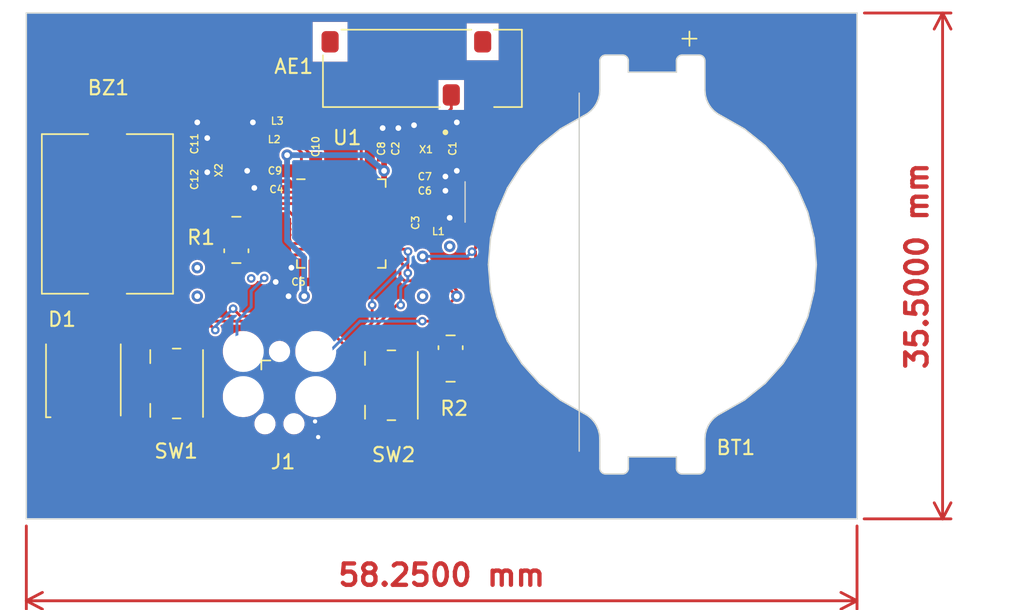
<source format=kicad_pcb>
(kicad_pcb (version 20221018) (generator pcbnew)
  (layers (0 "F.Cu" signal) (31 "B.Cu" signal) (34 "B.Paste" user) (35 "F.Paste" user) (36 "B.SilkS" user "B.Silkscreen") (37 "F.SilkS" user "F.Silkscreen") (38 "B.Mask" user) (39 "F.Mask" user) (44 "Edge.Cuts" user))
  (net 0 "")
  (net 1 "GND")
  (net 2 "Net-(D1-A)")
  (net 3 "/P0.10")
  (net 4 "DEC1")
  (net 5 "DEC4")
  (net 6 "DEC3")
  (net 7 "DEC2")
  (net 8 "ANT")
  (net 9 "P0.20")
  (net 10 "P0.21/RESET")
  (net 11 "SWDCLK")
  (net 12 "SWDIO")
  (net 13 "P0.10")
  (net 14 "P0.09")
  (net 15 "/DEC1")
  (net 16 "/P0.00{slash}XL1")
  (net 17 "/P0.01{slash}XL2")
  (net 18 "/P0.02")
  (net 19 "/P0.03")
  (net 20 "/P0.04")
  (net 21 "/P0.05")
  (net 22 "/P0.07")
  (net 23 "/P0.08")
  (net 24 "/P0.09")
  (net 25 "VCC")
  (net 26 "/P0.11")
  (net 27 "/P0.12")
  (net 28 "/P0.13")
  (net 29 "/P0.14")
  (net 30 "/P0.15")
  (net 31 "/P0.16")
  (net 32 "/P0.17")
  (net 33 "/P0.18{slash}SWO")
  (net 34 "/P0.19")
  (net 35 "/P0.20")
  (net 36 "/SWDCLK")
  (net 37 "/SWDIO")
  (net 38 "/P0.22")
  (net 39 "/P0.23")
  (net 40 "/P0.24")
  (net 41 "Net-(U1-ANT@30)")
  (net 42 "/DEC2")
  (net 43 "/DEC3")
  (net 44 "Net-(U1-XC1@34)")
  (net 45 "Net-(U1-XC2@35)")
  (net 46 "/P0.25")
  (net 47 "/P0.26")
  (net 48 "/P0.27")
  (net 49 "/P0.28")
  (net 50 "/P0.29")
  (net 51 "/P0.30")
  (net 52 "/P0.31")
  (net 54 "/DEC4")
  (net 55 "Net-(U1-DCC@47)")
  (net 58 "Net-(J1-~{RESET})")
  (footprint "Button_Switch_SMD:Panasonic_EVQPUJ_EVQPUA" (layer "F.Cu") (at 84.79 73.5 90)
    (fp_text reference "SW1")
    (fp_text value "SW_Push")
  )
  (footprint "RESC0402_N" (layer "F.Cu") (at 86.036676 59.374675 -90)
    (fp_text reference "C12")
    (fp_text value "12pF")
  )
  (footprint "RESC0603_N" (layer "F.Cu") (at 91.736676 56.374675 180)
    (fp_text reference "L2")
    (fp_text value "10µH")
  )
  (footprint "BT-XTAL_2016_N" (layer "F.Cu") (at 102.136676 57.074675 180)
    (fp_text reference "X1")
    (fp_text value "32MHz")
  )
  (footprint "RESC0402_N" (layer "F.Cu") (at 102.136676 59.974675)
    (fp_text reference "C6")
    (fp_text value "N.M.")
  )
  (footprint "RESC0402_N" (layer "F.Cu") (at 103.136676 62.824675)
    (fp_text reference "L1")
    (fp_text value "3.9nH")
  )
  (footprint "Resistor_SMD:R_Shunt_Vishay_WSKW0612" (layer "F.Cu") (at 88.976482 63.424686 -90)
    (fp_text reference "R1")
    (fp_text value "75")
  )
  (footprint "RESC0402_N" (layer "F.Cu") (at 93.386676 66.374675 180)
    (fp_text reference "C5")
    (fp_text value "100nF")
  )
  (footprint "RESC0402_N" (layer "F.Cu") (at 102.136676 58.974675)
    (fp_text reference "C7")
    (fp_text value "100pF")
  )
  (footprint "RESC0402_N" (layer "F.Cu") (at 100.136676 57.074675 90)
    (fp_text reference "C2")
    (fp_text value "12pF")
  )
  (footprint "RESC0603_N" (layer "F.Cu") (at 91.736676 58.574675 180)
    (fp_text reference "C9")
    (fp_text value "4.7µF")
  )
  (footprint "RESC0402_N" (layer "F.Cu") (at 104.136676 57.074675 -90)
    (fp_text reference "C1")
    (fp_text value "12pF")
  )
  (footprint "RESC0402_N" (layer "F.Cu") (at 91.736676 55.074675)
    (fp_text reference "L3")
    (fp_text value "15nH")
  )
  (footprint "RESC0603_N" (layer "F.Cu") (at 94.536676 56.974675 90)
    (fp_text reference "C10")
    (fp_text value "1.0µF")
  )
  (footprint "RESC0402_N" (layer "F.Cu") (at 91.736676 59.874675 180)
    (fp_text reference "C4")
    (fp_text value "100nF")
  )
  (footprint "Connector:Tag-Connect_TC2030-IDC-FP_2x03_P1.27mm_Vertical" (layer "F.Cu") (at 92 73.79 -90)
    (fp_text reference "J1")
    (fp_text value "Conn_ARM_SWD_TagConnect_TC2030")
  )
  (footprint "Resistor_SMD:R_Shunt_Vishay_WSKW0612" (layer "F.Cu") (at 104 71.75 90)
    (fp_text reference "R2")
    (fp_text value "75")
  )
  (footprint "LED_SMD:LED_Inolux_IN-PI554FCH_PLCC4_5.0x5.0mm_P3.2mm" (layer "F.Cu") (at 78.25 73.25 90)
    (fp_text reference "D1")
    (fp_text value "LED")
  )
  (footprint "RESC0402_N" (layer "F.Cu") (at 101.536676 62.274675 90)
    (fp_text reference "C3")
    (fp_text value "0.8pF")
  )
  (footprint "XTAL_3215_N" (layer "F.Cu") (at 87.736676 58.674675 -90)
    (fp_text reference "X2")
    (fp_text value "32.768kHz")
  )
  (footprint "Battery:BatteryHolder_Keystone_1057_1x2032" (layer "F.Cu") (at 118.15 65.15 -90)
    (fp_text reference "BT1")
    (fp_text value "Battery_Cell")
    (fp_line (start -14.7 -2.08505) (end -14.7 -3.285) (stroke (width 0.1)) (layer "Edge.Cuts"))
    (fp_line (start -14.7 3.284899) (end -14.7 2.084949) (stroke (width 0.1)) (layer "Edge.Cuts"))
    (fp_line (start -14.3 -3.685) (end -12.244621 -3.685) (stroke (width 0.1)) (layer "Edge.Cuts"))
    (fp_line (start -14.3 1.684949) (end -13.5 1.684949) (stroke (width 0.1)) (layer "Edge.Cuts"))
    (fp_line (start -13.5 -1.68505) (end -14.3 -1.68505) (stroke (width 0.1)) (layer "Edge.Cuts"))
    (fp_line (start -13.5 1.684949) (end -13.5 -1.68505) (stroke (width 0.1)) (layer "Edge.Cuts"))
    (fp_line (start -12.244621 -3.685) (end -11.921437 -3.711285) (stroke (width 0.1)) (layer "Edge.Cuts"))
    (fp_line (start -12.244621 3.684999) (end -14.3 3.684899) (stroke (width 0.1)) (layer "Edge.Cuts"))
    (fp_line (start -11.921437 -3.711285) (end -11.606747 -3.789448) (stroke (width 0.1)) (layer "Edge.Cuts"))
    (fp_line (start -11.921437 3.711284) (end -12.244621 3.684999) (stroke (width 0.1)) (layer "Edge.Cuts"))
    (fp_line (start -11.606747 -3.789448) (end -11.308824 -3.917435) (stroke (width 0.1)) (layer "Edge.Cuts"))
    (fp_line (start -11.606747 3.789447) (end -11.921437 3.711284) (stroke (width 0.1)) (layer "Edge.Cuts"))
    (fp_line (start -11.308824 -3.917435) (end -11.035498 -4.091883) (stroke (width 0.1)) (layer "Edge.Cuts"))
    (fp_line (start -11.308824 3.917434) (end -11.606747 3.789447) (stroke (width 0.1)) (layer "Edge.Cuts"))
    (fp_line (start -11.035498 -4.091883) (end -10.793954 -4.308205) (stroke (width 0.1)) (layer "Edge.Cuts"))
    (fp_line (start -11.035498 4.091882) (end -11.308824 3.917434) (stroke (width 0.1)) (layer "Edge.Cuts"))
    (fp_line (start -10.793954 -4.308205) (end -10.59054 -4.560716) (stroke (width 0.1)) (layer "Edge.Cuts"))
    (fp_line (start -10.793954 4.308204) (end -11.035498 4.091882) (stroke (width 0.1)) (layer "Edge.Cuts"))
    (fp_line (start -10.59054 -4.560716) (end -10.430603 -4.842778) (stroke (width 0.1)) (layer "Edge.Cuts"))
    (fp_line (start -10.59054 4.560715) (end -10.793954 4.308204) (stroke (width 0.1)) (layer "Edge.Cuts"))
    (fp_line (start -10.430603 -4.842778) (end -9.510966 -6.464636) (stroke (width 0.1)) (layer "Edge.Cuts"))
    (fp_line (start -10.430603 4.842777) (end -10.59054 4.560715) (stroke (width 0.1)) (layer "Edge.Cuts"))
    (fp_line (start -9.510966 -6.464636) (end -8.341335 -7.916572) (stroke (width 0.1)) (layer "Edge.Cuts"))
    (fp_line (start -9.510966 6.464635) (end -10.430603 4.842777) (stroke (width 0.1)) (layer "Edge.Cuts"))
    (fp_line (start -8.341335 -7.916572) (end -6.952454 -9.160424) (stroke (width 0.1)) (layer "Edge.Cuts"))
    (fp_line (start -8.341335 7.916571) (end -9.510966 6.464635) (stroke (width 0.1)) (layer "Edge.Cuts"))
    (fp_line (start -6.952454 -9.160424) (end -5.38083 -10.163496) (stroke (width 0.1)) (layer "Edge.Cuts"))
    (fp_line (start -6.952454 9.160423) (end -8.341335 7.916571) (stroke (width 0.1)) (layer "Edge.Cuts"))
    (fp_line (start -5.38083 -10.163496) (end -3.667773 -10.899424) (stroke (width 0.1)) (layer "Edge.Cuts"))
    (fp_line (start -5.38083 10.163495) (end -6.952454 9.160423) (stroke (width 0.1)) (layer "Edge.Cuts"))
    (fp_line (start -3.667773 -10.899424) (end -1.858308 -11.348863) (stroke (width 0.1)) (layer "Edge.Cuts"))
    (fp_line (start -3.667773 10.899423) (end -5.38083 10.163495) (stroke (width 0.1)) (layer "Edge.Cuts"))
    (fp_line (start -1.858308 -11.348863) (end 0 -11.5) (stroke (width 0.1)) (layer "Edge.Cuts"))
    (fp_line (start -1.858308 11.348862) (end -3.667773 10.899423) (stroke (width 0.1)) (layer "Edge.Cuts"))
    (fp_line (start 0 -11.5) (end 1.858309 -11.348863) (stroke (width 0.1)) (layer "Edge.Cuts"))
    (fp_line (start 0 11.499999) (end -1.858308 11.348862) (stroke (width 0.1)) (layer "Edge.Cuts"))
    (fp_line (start 1.858309 -11.348863) (end 3.667774 -10.899424) (stroke (width 0.1)) (layer "Edge.Cuts"))
    (fp_line (start 1.858309 11.348862) (end 0 11.499999) (stroke (width 0.1)) (layer "Edge.Cuts"))
    (fp_line (start 3.667774 -10.899424) (end 5.380831 -10.163496) (stroke (width 0.1)) (layer "Edge.Cuts"))
    (fp_line (start 3.667774 10.899423) (end 1.858309 11.348862) (stroke (width 0.1)) (layer "Edge.Cuts"))
    (fp_line (start 5.380831 -10.163496) (end 6.952455 -9.160424) (stroke (width 0.1)) (layer "Edge.Cuts"))
    (fp_line (start 5.380831 10.163495) (end 3.667774 10.899423) (stroke (width 0.1)) (layer "Edge.Cuts"))
    (fp_line (start 6.952455 -9.160424) (end 8.341336 -7.916572) (stroke (width 0.1)) (layer "Edge.Cuts"))
    (fp_line (start 6.952455 9.160423) (end 5.380831 10.163495) (stroke (width 0.1)) (layer "Edge.Cuts"))
    (fp_line (start 8.341336 -7.916572) (end 9.510967 -6.464636) (stroke (width 0.1)) (layer "Edge.Cuts"))
    (fp_line (start 8.341336 7.916571) (end 6.952455 9.160423) (stroke (width 0.1)) (layer "Edge.Cuts"))
    (fp_line (start 9.510967 -6.464636) (end 10.430604 -4.842778) (stroke (width 0.1)) (layer "Edge.Cuts"))
    (fp_line (start 9.510967 6.464635) (end 8.341336 7.916571) (stroke (width 0.1)) (layer "Edge.Cuts"))
    (fp_line (start 10.430604 -4.842778) (end 10.590541 -4.560716) (stroke (width 0.1)) (layer "Edge.Cuts"))
    (fp_line (start 10.430604 4.842777) (end 9.510967 6.464635) (stroke (width 0.1)) (layer "Edge.Cuts"))
    (fp_line (start 10.590541 -4.560716) (end 10.793955 -4.308205) (stroke (width 0.1)) (layer "Edge.Cuts"))
    (fp_line (start 10.590541 4.560715) (end 10.430604 4.842777) (stroke (width 0.1)) (layer "Edge.Cuts"))
    (fp_line (start 10.793955 -4.308205) (end 11.035499 -4.091883) (stroke (width 0.1)) (layer "Edge.Cuts"))
    (fp_line (start 10.793955 4.308204) (end 10.590541 4.560715) (stroke (width 0.1)) (layer "Edge.Cuts"))
    (fp_line (start 11.035499 -4.091883) (end 11.308825 -3.917435) (stroke (width 0.1)) (layer "Edge.Cuts"))
    (fp_line (start 11.035499 4.091882) (end 10.793955 4.308204) (stroke (width 0.1)) (layer "Edge.Cuts"))
    (fp_line (start 11.308825 -3.917435) (end 11.606748 -3.789448) (stroke (width 0.1)) (layer "Edge.Cuts"))
    (fp_line (start 11.308825 3.917434) (end 11.035499 4.091882) (stroke (width 0.1)) (layer "Edge.Cuts"))
    (fp_line (start 11.606748 -3.789448) (end 11.921438 -3.711285) (stroke (width 0.1)) (layer "Edge.Cuts"))
    (fp_line (start 11.606748 3.789447) (end 11.308825 3.917434) (stroke (width 0.1)) (layer "Edge.Cuts"))
    (fp_line (start 11.921438 -3.711285) (end 12.244622 -3.685) (stroke (width 0.1)) (layer "Edge.Cuts"))
    (fp_line (start 11.921438 3.711284) (end 11.606748 3.789447) (stroke (width 0.1)) (layer "Edge.Cuts"))
    (fp_line (start 12.244622 -3.685) (end 14.3 -3.685) (stroke (width 0.1)) (layer "Edge.Cuts"))
    (fp_line (start 12.244622 3.684999) (end 11.921438 3.711284) (stroke (width 0.1)) (layer "Edge.Cuts"))
    (fp_line (start 13.5 -1.68505) (end 13.5 1.684949) (stroke (width 0.1)) (layer "Edge.Cuts"))
    (fp_line (start 13.5 1.684949) (end 14.3 1.68505) (stroke (width 0.1)) (layer "Edge.Cuts"))
    (fp_line (start 14.3 -1.68505) (end 13.5 -1.68505) (stroke (width 0.1)) (layer "Edge.Cuts"))
    (fp_line (start 14.3 3.682793) (end 12.244622 3.684999) (stroke (width 0.1)) (layer "Edge.Cuts"))
    (fp_line (start 14.7 -3.285) (end 14.7 -2.08505) (stroke (width 0.1)) (layer "Edge.Cuts"))
    (fp_line (start 14.7 2.082843) (end 14.7 3.282793) (stroke (width 0.1)) (layer "Edge.Cuts"))
    (fp_arc (start -14.7 -3.285) (mid -14.582843 -3.567843) (end -14.3 -3.685) (stroke (width 0.1)) (layer "Edge.Cuts"))
    (fp_arc (start -14.7 2.084949) (mid -14.582843 1.802106) (end -14.3 1.684949) (stroke (width 0.1)) (layer "Edge.Cuts"))
    (fp_arc (start -14.3 -1.68505) (mid -14.582843 -1.802207) (end -14.7 -2.08505) (stroke (width 0.1)) (layer "Edge.Cuts"))
    (fp_arc (start -14.3 3.684899) (mid -14.582843 3.567742) (end -14.7 3.284899) (stroke (width 0.1)) (layer "Edge.Cuts"))
    (fp_arc (start 14.3 -3.685) (mid 14.582843 -3.567843) (end 14.7 -3.285) (stroke (width 0.1)) (layer "Edge.Cuts"))
    (fp_arc (start 14.3 1.68505) (mid 14.582843 1.802207) (end 14.7 2.08505) (stroke (width 0.1)) (layer "Edge.Cuts"))
    (fp_arc (start 14.7 -2.08505) (mid 14.582843 -1.802207) (end 14.3 -1.68505) (stroke (width 0.1)) (layer "Edge.Cuts"))
    (fp_arc (start 14.7 3.282793) (mid 14.582843 3.565636) (end 14.3 3.682793) (stroke (width 0.1)) (layer "Edge.Cuts"))
  )
  (footprint "Button_Switch_SMD:Panasonic_EVQPUJ_EVQPUA" (layer "F.Cu") (at 99.85 73.625 90)
    (fp_text reference "SW2")
    (fp_text value "SW_Push")
  )
  (footprint "RESC0402_N" (layer "F.Cu") (at 99.136676 57.074675 90)
    (fp_text reference "C8")
    (fp_text value "100nF")
  )
  (footprint "RESC0402_N" (layer "F.Cu") (at 86.036676 56.874675 -90)
    (fp_text reference "C11")
    (fp_text value "12pF")
  )
  (footprint "RF_Antenna:Abracon_PRO-OB-440" (layer "F.Cu") (at 102.025 51.385 180)
    (fp_text reference "AE1")
    (fp_text value "Antenna")
  )
  (footprint "Package_DFN_QFN:QFN-48-1EP_6x6mm_P0.4mm_EP4.2x4.2mm" (layer "F.Cu") (at 96.336676 62.274675)
    (fp_text reference "U1")
    (fp_text value "NRF52832")
  )
  (footprint "Buzzer_Beeper:Buzzer_Mallory_AST1109MLTRQ" (layer "F.Cu") (at 79.937998 61.6 90)
    (fp_text reference "BZ1")
    (fp_text value "Buzzer")
  )
  (gr_line (start 113.019066 78.25) (end 113.019066 53.125291) (stroke (width 0.1)) (layer "Edge.Cuts"))
  (gr_line (start 132.5 47.5) (end 74.25 47.5) (stroke (width 0.1)) (layer "Edge.Cuts"))
  (gr_line (start 132.5 47.5) (end 132.5 83) (stroke (width 0.1)) (layer "Edge.Cuts"))
  (gr_line (start 105.017207 59.346031) (end 105.017207 62.176031) (stroke (width 0.1)) (layer "Edge.Cuts"))
  (gr_line (start 132.5 83) (end 74.25 83) (stroke (width 0.1)) (layer "Edge.Cuts"))
  (gr_line (start 74.25 47.5) (end 74.25 83) (stroke (width 0.1)) (layer "Edge.Cuts"))
  (dimension (type orthogonal) (layer "F.Cu") (pts (xy 74.25 83) (xy 132.5 83)) (height 5.75) (orientation 0) (gr_text "58.2500 mm" (at 103.375 86.95) (layer "F.Cu") (effects (font (size 1.5 1.5) (thickness 0.3)))) (format (prefix "") (suffix "") (units 3) (units_format 1) (precision 4)) (style (thickness 0.2) (arrow_length 1.27) (text_position_mode 0) (extension_height 0.58642) (extension_offset 0.5) keep_text_aligned))
  (dimension (type orthogonal) (layer "F.Cu") (pts (xy 132.5 83) (xy 132.519066 47.5)) (height 6) (orientation 1) (gr_text "35.5000 mm" (at 136.7 65.25 90) (layer "F.Cu") (effects (font (size 1.5 1.5) (thickness 0.3)))) (format (prefix "") (suffix "") (units 3) (units_format 1) (precision 4)) (style (thickness 0.2) (arrow_length 1.27) (text_position_mode 0) (extension_height 0.58642) (extension_offset 0.5) keep_text_aligned))
  (segment (start 98.136676 60.474675) (end 98.136676 61.674675) (width 0.2) (layer "F.Cu") (net 1))
  (segment (start 101.386676 56.524675) (end 101.411676 56.499675) (width 0.2) (layer "F.Cu") (net 1))
  (segment (start 94.714689 77.260891) (end 93.911597 78.063983) (width 0.2) (layer "F.Cu") (net 1))
  (segment (start 98.186676 62.084675) (end 98.11236 61.998284) (width 0.2) (layer "F.Cu") (net 1))
  (segment (start 95.736676 61.674675) (end 95.736676 61.674675) (width 0.2) (layer "F.Cu") (net 1))
  (segment (start 102.886676 57.624675) (end 102.861676 57.649675) (width 0.2) (layer "F.Cu") (net 1))
  (segment (start 78.2 77.25) (end 76.65 75.7) (width 0.2) (layer "F.Cu") (net 1))
  (segment (start 94.495901 76.161391) (end 93.456792 77.2005) (width 0.2) (layer "F.Cu") (net 1))
  (segment (start 86.062001 55) (end 86.236676 55.174675) (width 0.2) (layer "F.Cu") (net 1))
  (segment (start 94.714689 77.260891) (end 94.914189 77.061391) (width 0.2) (layer "F.Cu") (net 1))
  (segment (start 99.336676 62.074675) (end 101.186676 62.074675) (width 0.2) (layer "F.Cu") (net 1))
  (segment (start 111.8 80.3) (end 118.05 80.3) (width 0.2) (layer "F.Cu") (net 1))
  (segment (start 95.336676 60.474675) (end 95.736676 60.474675) (width 0.2) (layer "F.Cu") (net 1))
  (segment (start 94.536676 64.074675) (end 95.736676 64.074675) (width 0.2) (layer "F.Cu") (net 1))
  (segment (start 98.186676 62.084675) (end 98.186676 62.084675) (width 0.2) (layer "F.Cu") (net 1))
  (segment (start 95.127798 77.275) (end 99.675 77.275) (width 0.2) (layer "F.Cu") (net 1))
  (segment (start 91.186676 58.824675) (end 90.936676 58.574675) (width 0.2) (layer "F.Cu") (net 1))
  (segment (start 92.691065 77.2005) (end 91.8293 76.338735) (width 0.2) (layer "F.Cu") (net 1))
  (segment (start 98.186676 62.484675) (end 98.234986 62.581806) (width 0.2) (layer "F.Cu") (net 1))
  (segment (start 96.181385 62.25423) (end 96.336676 62.274675) (width 0.2) (layer "F.Cu") (net 1))
  (segment (start 96.936676 60.474675) (end 98.136676 60.474675) (width 0.2) (layer "F.Cu") (net 1))
  (segment (start 96.936676 62.874675) (end 98.136676 62.874675) (width 0.2) (layer "F.Cu") (net 1))
  (segment (start 95.736676 60.474675) (end 96.936676 60.474675) (width 0.2) (layer "F.Cu") (net 1))
  (segment (start 98.242448 62.69003) (end 98.136676 62.874675) (width 0.2) (layer "F.Cu") (net 1))
  (segment (start 95.336676 59.274675) (end 95.336676 60.474675) (width 0.2) (layer "F.Cu") (net 1))
  (segment (start 100.136676 56.524675) (end 101.386676 56.524675) (width 0.2) (layer "F.Cu") (net 1))
  (segment (start 94.536676 64.074675) (end 94.536676 62.874675) (width 0.2) (layer "F.Cu") (net 1))
  (segment (start 101.186676 62.074675) (end 101.536676 61.724675) (width 0.2) (layer "F.Cu") (net 1))
  (segment (start 94.536676 62.874675) (end 95.736676 62.874675) (width 0.2) (layer "F.Cu") (net 1))
  (segment (start 96.036676 62.19429) (end 96.181385 62.25423) (width 0.2) (layer "F.Cu") (net 1))
  (segment (start 89.615743 77.25) (end 78.2 77.25) (width 0.2) (layer "F.Cu") (net 1))
  (segment (start 98.136676 62.874675) (end 98.136676 64.074675) (width 0.2) (layer "F.Cu") (net 1))
  (segment (start 95.736676 61.674675) (end 96.936676 61.674675) (width 0.2) (layer "F.Cu") (net 1))
  (segment (start 93.456792 77.2005) (end 92.691065 77.2005) (width 0.2) (layer "F.Cu") (net 1))
  (segment (start 98.136676 64.074675) (end 96.936676 64.074675) (width 0.2) (layer "F.Cu") (net 1))
  (segment (start 98.11236 61.998284) (end 98.076762 61.89003) (width 0.2) (layer "F.Cu") (net 1))
  (segment (start 94.536676 60.474675) (end 95.336676 60.474675) (width 0.2) (layer "F.Cu") (net 1))
  (segment (start 79.937998 55) (end 86.062001 55) (width 0.2) (layer "F.Cu") (net 1))
  (segment (start 99.675 77.275) (end 100.7 76.25) (width 0.2) (layer "F.Cu") (net 1))
  (segment (start 95.736676 62.874675) (end 96.936676 62.874675) (width 0.2) (layer "F.Cu") (net 1))
  (segment (start 100.7 76.25) (end 107.75 76.25) (width 0.2) (layer "F.Cu") (net 1))
  (segment (start 95.912412 62.098939) (end 96.036676 62.19429) (width 0.2) (layer "F.Cu") (net 1))
  (segment (start 95.437843 60.38191) (end 95.522326 60.452162) (width 0.2) (layer "F.Cu") (net 1))
  (segment (start 91.8293 76.338735) (end 91.8293 75.5243) (width 0.2) (layer "F.Cu") (net 1))
  (segment (start 95.757121 61.829966) (end 95.817061 61.974675) (width 0.2) (layer "F.Cu") (net 1))
  (segment (start 100.7 76.25) (end 100.7 71) (width 0.2) (layer "F.Cu") (net 1))
  (segment (start 91.8293 75.5243) (end 91.365 75.06) (width 0.2) (layer "F.Cu") (net 1))
  (segment (start 94.536676 61.674675) (end 95.736676 61.674675) (width 0.2) (layer "F.Cu") (net 1))
  (segment (start 95.736676 61.674675) (end 95.757121 61.829966) (width 0.2) (layer "F.Cu") (net 1))
  (segment (start 96.936676 61.674675) (end 98.136676 61.674675) (width 0.2) (layer "F.Cu") (net 1))
  (segment (start 95.522326 60.452162) (end 95.736676 60.474675) (width 0.2) (layer "F.Cu") (net 1))
  (segment (start 98.076762 61.89003) (end 98.136676 61.674675) (width 0.2) (layer "F.Cu") (net 1))
  (segment (start 94.914189 77.061391) (end 95.127798 77.275) (width 0.2) (layer "F.Cu") (net 1))
  (segment (start 99.336676 62.074675) (end 98.186676 62.084675) (width 0.2) (layer "F.Cu") (net 1))
  (segment (start 98.234986 62.581806) (end 98.242448 62.69003) (width 0.2) (layer "F.Cu") (net 1))
  (segment (start 104.48606 55.125291) (end 104.436676 55.174675) (width 0.2) (layer "F.Cu") (net 1))
  (segment (start 95.817061 61.974675) (end 95.912412 62.098939) (width 0.2) (layer "F.Cu") (net 1))
  (segment (start 90.429726 78.063983) (end 89.615743 77.25) (width 0.2) (layer "F.Cu") (net 1))
  (segment (start 104.136676 57.624675) (end 102.886676 57.624675) (width 0.2) (layer "F.Cu") (net 1))
  (segment (start 93.911597 78.063983) (end 90.429726 78.063983) (width 0.2) (layer "F.Cu") (net 1))
  (segment (start 107.75 76.25) (end 111.8 80.3) (width 0.2) (layer "F.Cu") (net 1))
  (segment (start 98.186676 62.484675) (end 98.186676 62.484675) (width 0.2) (layer "F.Cu") (net 1))
  (segment (start 98.186676 62.084675) (end 98.186676 62.484675) (width 0.2) (layer "F.Cu") (net 1))
  (segment (start 95.386676 60.284675) (end 95.386676 60.284675) (width 0.2) (layer "F.Cu") (net 1))
  (segment (start 95.386676 60.284675) (end 95.437843 60.38191) (width 0.2) (layer "F.Cu") (net 1))
  (via (at 100.336676 55.574675) (size 0.8) (drill 0.4) (layers "F.Cu" "B.Cu") (net 1))
  (via (at 94.495901 76.161391) (size 0.6) (drill 0.3) (layers "F.Cu" "B.Cu") (net 1))
  (via (at 90.236676 59.774675) (size 0.8) (drill 0.4) (layers "F.Cu" "B.Cu") (net 1))
  (via (at 99.236676 55.574675) (size 0.8) (drill 0.4) (layers "F.Cu" "B.Cu") (net 1))
  (via (at 86.936676 56.274675) (size 0.8) (drill 0.4) (layers "F.Cu" "B.Cu") (net 1))
  (via (at 92.636676 67.374675) (size 0.8) (drill 0.4) (layers "F.Cu" "B.Cu") (net 1))
  (via (at 104.436676 55.174675) (size 0.8) (drill 0.4) (layers "F.Cu" "B.Cu") (net 1))
  (via (at 94.714689 77.260891) (size 0.6) (drill 0.3) (layers "F.Cu" "B.Cu") (net 1))
  (via (at 103.936676 61.874675) (size 0.8) (drill 0.4) (layers "F.Cu" "B.Cu") (net 1))
  (via (at 86.936676 58.674675) (size 0.8) (drill 0.4) (layers "F.Cu" "B.Cu") (net 1))
  (via (at 101.436676 55.374675) (size 0.8) (drill 0.4) (layers "F.Cu" "B.Cu") (net 1))
  (via (at 90.136676 55.174675) (size 0.8) (drill 0.4) (layers "F.Cu" "B.Cu") (net 1))
  (via (at 104.436676 58.574675) (size 0.8) (drill 0.4) (layers "F.Cu" "B.Cu") (net 1))
  (via (at 103.636676 58.974675) (size 0.8) (drill 0.4) (layers "F.Cu" "B.Cu") (net 1))
  (via (at 92.836676 65.374675) (size 0.8) (drill 0.4) (layers "F.Cu" "B.Cu") (net 1))
  (via (at 91.736676 66.374675) (size 0.8) (drill 0.4) (layers "F.Cu" "B.Cu") (net 1))
  (via (at 86.236676 55.174675) (size 0.8) (drill 0.4) (layers "F.Cu" "B.Cu") (net 1))
  (via (at 103.636676 59.974675) (size 0.8) (drill 0.4) (layers "F.Cu" "B.Cu") (net 1))
  (via (at 89.736676 58.574675) (size 0.8) (drill 0.4) (layers "F.Cu" "B.Cu") (net 1))
  (segment (start 94.714689 77.260891) (end 94.495901 77.042103) (width 0.2) (layer "B.Cu") (net 1))
  (segment (start 94.495901 77.042103) (end 94.495901 76.161391) (width 0.2) (layer "B.Cu") (net 1))
  (segment (start 91 65.5) (end 91 63) (width 0.2) (layer "F.Cu") (net 2))
  (segment (start 92.486676 60.074675) (end 92.286676 59.874675) (width 0.2) (layer "F.Cu") (net 2))
  (segment (start 91 63) (end 90.852686 62.852686) (width 0.2) (layer "F.Cu") (net 2))
  (segment (start 79.85 75.7) (end 79.85 75.65) (width 0.2) (layer "F.Cu") (net 2))
  (segment (start 89.861482 62.852686) (end 89.861482 62.474686) (width 0.2) (layer "F.Cu") (net 2))
  (segment (start 89.75 65.5) (end 91 65.5) (width 0.2) (layer "F.Cu") (net 2))
  (segment (start 82 73.5) (end 82 69.25) (width 0.2) (layer "F.Cu") (net 2))
  (segment (start 79.85 75.65) (end 82 73.5) (width 0.2) (layer "F.Cu") (net 2))
  (segment (start 93.336676 60.074675) (end 92.486676 60.074675) (width 0.2) (layer "F.Cu") (net 2))
  (segment (start 82.5 68.75) (end 86.5 68.75) (width 0.2) (layer "F.Cu") (net 2))
  (segment (start 90.852686 62.852686) (end 89.861482 62.852686) (width 0.2) (layer "F.Cu") (net 2))
  (segment (start 82 69.25) (end 82.5 68.75) (width 0.2) (layer "F.Cu") (net 2))
  (segment (start 86.5 68.75) (end 89.75 65.5) (width 0.2) (layer "F.Cu") (net 2))
  (via (at 86.236676 67.374675) (size 0.8) (drill 0.4) (layers "F.Cu" "B.Cu") (net 2))
  (via (at 86.236676 65.374675) (size 0.8) (drill 0.4) (layers "F.Cu" "B.Cu") (net 2))
  (via (at 90.934248 66.095815) (size 0.6) (drill 0.3) (layers "F.Cu" "B.Cu") (net 2))
  (segment (start 89.019066 70.674791) (end 89.019066 69.125291) (width 0.2) (layer "B.Cu") (net 2))
  (segment (start 89.019066 69.125291) (end 90.019066 68.125291) (width 0.2) (layer "B.Cu") (net 2))
  (segment (start 90.019066 68.125291) (end 90.019066 67.010997) (width 0.2) (layer "B.Cu") (net 2))
  (segment (start 90.019066 67.010997) (end 90.934248 66.095815) (width 0.2) (layer "B.Cu") (net 2))
  (segment (start 94.936676 58.274675) (end 94.536676 57.774675) (width 0.2) (layer "F.Cu") (net 3))
  (segment (start 93.786676 56.824675) (end 93.786676 57.024675) (width 0.2) (layer "F.Cu") (net 3))
  (segment (start 93.786676 56.024675) (end 93.786676 56.824675) (width 0.2) (layer "F.Cu") (net 3))
  (segment (start 92.286676 55.074675) (end 92.836676 55.074675) (width 0.2) (layer "F.Cu") (net 3))
  (segment (start 94.936676 59.274675) (end 94.936676 58.274675) (width 0.2) (layer "F.Cu") (net 3))
  (segment (start 92.836676 55.074675) (end 93.786676 56.024675) (width 0.2) (layer "F.Cu") (net 3))
  (segment (start 93.786676 57.024675) (end 94.536676 57.774675) (width 0.2) (layer "F.Cu") (net 3))
  (segment (start 100.136676 61.274675) (end 100.536676 60.874675) (width 0.2) (layer "F.Cu") (net 4))
  (segment (start 100.836676 60.574675) (end 100.836676 59.674675) (width 0.2) (layer "F.Cu") (net 4))
  (segment (start 99.336676 61.274675) (end 100.136676 61.274675) (width 0.2) (layer "F.Cu") (net 4))
  (segment (start 101.486676 59.024675) (end 101.586676 58.974675) (width 0.2) (layer "F.Cu") (net 4))
  (segment (start 100.836676 59.674675) (end 101.486676 59.024675) (width 0.2) (layer "F.Cu") (net 4))
  (segment (start 100.536676 60.874675) (end 100.836676 60.574675) (width 0.2) (layer "F.Cu") (net 4))
  (segment (start 100.936676 61.074675) (end 101.236676 60.774675) (width 0.2) (layer "F.Cu") (net 5))
  (segment (start 101.236676 60.574675) (end 101.236676 60.324675) (width 0.2) (layer "F.Cu") (net 5))
  (segment (start 100.336676 61.674675) (end 100.936676 61.074675) (width 0.2) (layer "F.Cu") (net 5))
  (segment (start 99.336676 61.674675) (end 100.336676 61.674675) (width 0.2) (layer "F.Cu") (net 5))
  (segment (start 101.236676 60.324675) (end 101.586676 59.974675) (width 0.2) (layer "F.Cu") (net 5))
  (segment (start 101.236676 60.774675) (end 101.236676 60.574675) (width 0.2) (layer "F.Cu") (net 5))
  (segment (start 101.586676 62.824675) (end 101.536676 62.824675) (width 0.2) (layer "F.Cu") (net 6))
  (segment (start 99.336676 62.474675) (end 101.186676 62.474675) (width 0.2) (layer "F.Cu") (net 6))
  (segment (start 101.186676 62.474675) (end 101.536676 62.824675) (width 0.2) (layer "F.Cu") (net 6))
  (segment (start 102.586676 62.824675) (end 101.586676 62.824675) (width 0.6) (layer "F.Cu") (net 6))
  (segment (start 100.036676 59.374675) (end 100.036676 58.924675) (width 0.2) (layer "F.Cu") (net 7))
  (segment (start 101.336676 57.624675) (end 101.386676 57.624675) (width 0.2) (layer "F.Cu") (net 7))
  (segment (start 101.386676 57.624675) (end 101.411676 57.649675) (width 0.2) (layer "F.Cu") (net 7))
  (segment (start 100.136676 57.624675) (end 101.336676 57.624675) (width 0.2) (layer "F.Cu") (net 7))
  (segment (start 100.036676 58.924675) (end 101.336676 57.624675) (width 0.2) (layer "F.Cu") (net 7))
  (segment (start 99.736676 60.474675) (end 100.036676 60.174675) (width 0.2) (layer "F.Cu") (net 7))
  (segment (start 99.336676 60.474675) (end 99.736676 60.474675) (width 0.2) (layer "F.Cu") (net 7))
  (segment (start 100.036676 60.174675) (end 100.036676 59.374675) (width 0.2) (layer "F.Cu") (net 7))
  (segment (start 100.336676 60.474675) (end 100.436676 60.374675) (width 0.2) (layer "F.Cu") (net 8))
  (segment (start 100.436676 59.574675) (end 100.436676 59.074675) (width 0.2) (layer "F.Cu") (net 8))
  (segment (start 102.136676 57.124675) (end 102.761676 56.499675) (width 0.15) (layer "F.Cu") (net 8))
  (segment (start 101.136676 58.374675) (end 102.036676 58.374675) (width 0.2) (layer "F.Cu") (net 8))
  (segment (start 102.886676 56.524675) (end 102.861676 56.499675) (width 0.2) (layer "F.Cu") (net 8))
  (segment (start 99.936676 60.874675) (end 100.336676 60.474675) (width 0.2) (layer "F.Cu") (net 8))
  (segment (start 100.436676 60.374675) (end 100.436676 59.574675) (width 0.2) (layer "F.Cu") (net 8))
  (segment (start 102.136676 58.274675) (end 102.136676 57.124675) (width 0.15) (layer "F.Cu") (net 8))
  (segment (start 102.036676 58.374675) (end 102.136676 58.274675) (width 0.2) (layer "F.Cu") (net 8))
  (segment (start 104.136676 56.524675) (end 102.886676 56.524675) (width 0.2) (layer "F.Cu") (net 8))
  (segment (start 102.761676 56.499675) (end 102.861676 56.499675) (width 0.15) (layer "F.Cu") (net 8))
  (segment (start 100.436676 59.074675) (end 101.136676 58.374675) (width 0.2) (layer "F.Cu") (net 8))
  (segment (start 99.336676 60.874675) (end 99.936676 60.874675) (width 0.2) (layer "F.Cu") (net 8))
  (segment (start 89.736676 60.474675) (end 89.036676 59.774675) (width 0.2) (layer "F.Cu") (net 9))
  (segment (start 93.336676 60.474675) (end 89.736676 60.474675) (width 0.2) (layer "F.Cu") (net 9))
  (segment (start 89.036676 59.774675) (end 89.036676 58.724675) (width 0.2) (layer "F.Cu") (net 9))
  (segment (start 89.036676 58.724675) (end 87.736676 57.424675) (width 0.2) (layer "F.Cu") (net 9))
  (segment (start 87.736676 57.424675) (end 86.036676 57.424675) (width 0.2) (layer "F.Cu") (net 9))
  (segment (start 87.986676 60.174675) (end 88.336676 60.174675) (width 0.2) (layer "F.Cu") (net 10))
  (segment (start 89.036676 60.874675) (end 93.336676 60.874675) (width 0.2) (layer "F.Cu") (net 10))
  (segment (start 88.336676 60.174675) (end 89.036676 60.874675) (width 0.2) (layer "F.Cu") (net 10))
  (segment (start 87.736676 59.924675) (end 87.986676 60.174675) (width 0.2) (layer "F.Cu") (net 10))
  (segment (start 87.736676 59.924675) (end 86.036676 59.924675) (width 0.2) (layer "F.Cu") (net 10))
  (segment (start 93.936676 66.374675) (end 93.736676 66.374675) (width 0.2) (layer "F.Cu") (net 11))
  (segment (start 94.136676 59.274675) (end 93.236676 59.274675) (width 0.2) (layer "F.Cu") (net 11))
  (segment (start 93.736676 66.374675) (end 93.736676 67.374675) (width 0.2) (layer "F.Cu") (net 11))
  (segment (start 99.336676 58.574675) (end 99.336676 59.974675) (width 0.4) (layer "F.Cu") (net 11))
  (segment (start 99.136676 57.624675) (end 99.336676 57.824675) (width 0.4) (layer "F.Cu") (net 11))
  (segment (start 92.536676 57.474675) (end 92.536676 58.574675) (width 0.4) (layer "F.Cu") (net 11))
  (segment (start 93.236676 59.274675) (end 92.536676 58.574675) (width 0.2) (layer "F.Cu") (net 11))
  (segment (start 99.336676 57.824675) (end 99.336676 58.574675) (width 0.4) (layer "F.Cu") (net 11))
  (segment (start 99.336676 60.074675) (end 99.336676 59.974675) (width 0.2) (layer "F.Cu") (net 11))
  (segment (start 94.136676 66.374675) (end 93.936676 66.374675) (width 0.2) (layer "F.Cu") (net 11))
  (segment (start 94.136676 65.274675) (end 94.136676 66.374675) (width 0.2) (layer "F.Cu") (net 11))
  (via (at 93.736676 67.374675) (size 0.8) (drill 0.4) (layers "F.Cu" "B.Cu") (net 11))
  (via (at 92.536676 57.474675) (size 0.8) (drill 0.4) (layers "F.Cu" "B.Cu") (net 11))
  (via (at 99.336676 58.574675) (size 0.8) (drill 0.4) (layers "F.Cu" "B.Cu") (net 11))
  (segment (start 93.736676 64.674675) (end 93.736676 67.374675) (width 0.4) (layer "B.Cu") (net 11))
  (segment (start 92.536676 63.474675) (end 93.736676 64.674675) (width 0.4) (layer "B.Cu") (net 11))
  (segment (start 92.536676 57.474675) (end 92.536676 63.474675) (width 0.4) (layer "B.Cu") (net 11))
  (segment (start 92.536676 57.474675) (end 98.036676 57.474675) (width 0.4) (layer "B.Cu") (net 11))
  (segment (start 98.036676 57.474675) (end 99.336676 58.574675) (width 0.4) (layer "B.Cu") (net 11))
  (segment (start 103.686676 62.824675) (end 104.636676 62.824675) (width 0.6) (layer "F.Cu") (net 12))
  (segment (start 91.186676 55.074675) (end 91.186676 56.374675) (width 0.2) (layer "F.Cu") (net 13))
  (segment (start 91.186676 56.374675) (end 90.936676 56.374675) (width 0.2) (layer "F.Cu") (net 13))
  (segment (start 94.236676 58.624675) (end 93.786676 58.624675) (width 0.2) (layer "F.Cu") (net 14))
  (segment (start 94.536676 58.874675) (end 94.236676 58.624675) (width 0.2) (layer "F.Cu") (net 14))
  (segment (start 93.536676 57.274675) (end 92.536676 56.374675) (width 0.2) (layer "F.Cu") (net 14))
  (segment (start 93.536676 58.374675) (end 93.536676 57.274675) (width 0.2) (layer "F.Cu") (net 14))
  (segment (start 94.536676 59.274675) (end 94.536676 58.874675) (width 0.2) (layer "F.Cu") (net 14))
  (segment (start 93.786676 58.624675) (end 93.536676 58.374675) (width 0.2) (layer "F.Cu") (net 14))
  (segment (start 86.367245 61) (end 88.667027 61) (width 0.2) (layer "F.Cu") (net 19))
  (segment (start 92.924675 61.674675) (end 93.386676 61.674675) (width 0.2) (layer "F.Cu") (net 19))
  (segment (start 79.937998 68.2) (end 79.937998 67.429247) (width 0.2) (layer "F.Cu") (net 19))
  (segment (start 79.937998 67.429247) (end 86.367245 61) (width 0.2) (layer "F.Cu") (net 19))
  (segment (start 88.667027 61) (end 88.891702 61.224675) (width 0.2) (layer "F.Cu") (net 19))
  (segment (start 92.474675 61.224675) (end 92.924675 61.674675) (width 0.2) (layer "F.Cu") (net 19))
  (segment (start 88.891702 61.224675) (end 92.474675 61.224675) (width 0.2) (layer "F.Cu") (net 19))
  (segment (start 105.75 64) (end 105.5 64.25) (width 0.2) (layer "F.Cu") (net 25))
  (segment (start 105.75 58.25) (end 105.75 64) (width 0.2) (layer "F.Cu") (net 25))
  (segment (start 100.328995 64.824675) (end 100.640764 65.136444) (width 0.2) (layer "F.Cu") (net 25))
  (segment (start 96.486676 65.899675) (end 98.712326 65.899675) (width 0.2) (layer "F.Cu") (net 25))
  (segment (start 101.55 65.977818) (end 101.55 65.522182) (width 0.2) (layer "F.Cu") (net 25))
  (segment (start 100.45 65.977818) (end 100.772182 66.3) (width 0.2) (layer "F.Cu") (net 25))
  (segment (start 100.772182 66.3) (end 101.227818 66.3) (width 0.2) (layer "F.Cu") (net 25))
  (segment (start 101.227818 66.3) (end 101.55 65.977818) (width 0.2) (layer "F.Cu") (net 25))
  (segment (start 102.68606 69.125291) (end 102.019066 69.125291) (width 0.2) (layer "F.Cu") (net 25))
  (segment (start 96.486676 66.758298) (end 96.486676 65.899675) (width 0.2) (layer "F.Cu") (net 25))
  (segment (start 103 70.301) (end 103.115 70.416) (width 0.2) (layer "F.Cu") (net 25))
  (segment (start 98.886676 64.824675) (end 100.328995 64.824675) (width 0.2) (layer "F.Cu") (net 25))
  (segment (start 100.45 65.522182) (end 100.45 65.977818) (width 0.2) (layer "F.Cu") (net 25))
  (segment (start 108 56) (end 105.75 58.25) (width 0.2) (layer "F.Cu") (net 25))
  (segment (start 82.625 76.125) (end 83.94 76.125) (width 0.2) (layer "F.Cu") (net 25))
  (segment (start 101.35 65.322182) (end 101.35 65.25) (width 0.2) (layer "F.Cu") (net 25))
  (segment (start 91.525291 68.85) (end 94.394974 68.85) (width 0.2) (layer "F.Cu") (net 25))
  (segment (start 98.886676 65.725325) (end 98.886676 64.824675) (width 0.2) (layer "F.Cu") (net 25))
  (segment (start 91.1547 72.3097) (end 91.365 72.52) (width 0.2) (layer "F.Cu") (net 25))
  (segment (start 101.35 65.25) (end 102.312001 65.25) (width 0.2) (layer "F.Cu") (net 25))
  (segment (start 118.25 50) (end 114 50) (width 0.2) (layer "F.Cu") (net 25))
  (segment (start 105.5 64.25) (end 105.75 64.25) (width 0.2) (layer "F.Cu") (net 25))
  (segment (start 105.75 74) (end 104 74) (width 0.2) (layer "F.Cu") (net 25))
  (segment (start 82.5 69.5) (end 82.5 76) (width 0.2) (layer "F.Cu") (net 25))
  (segment (start 104.436676 67.374675) (end 104.436676 66.974675) (width 0.2) (layer "F.Cu") (net 25))
  (segment (start 104 74) (end 104 71.177) (width 0.2) (layer "F.Cu") (net 25))
  (segment (start 91.25 69.125291) (end 91.1547 69.220591) (width 0.2) (layer "F.Cu") (net 25))
  (segment (start 100.65 65.322182) (end 100.45 65.522182) (width 0.2) (layer "F.Cu") (net 25))
  (segment (start 109.441422 56) (end 108 56) (width 0.2) (layer "F.Cu") (net 25))
  (segment (start 91.25 69.125291) (end 85.689709 69.125291) (width 0.2) (layer "F.Cu") (net 25))
  (segment (start 98.712326 65.899675) (end 98.886676 65.725325) (width 0.2) (layer "F.Cu") (net 25))
  (segment (start 104.436676 67.374675) (end 102.68606 69.125291) (width 0.2) (layer "F.Cu") (net 25))
  (segment (start 110.75 54.691422) (end 109.441422 56) (width 0.2) (layer "F.Cu") (net 25))
  (segment (start 91.25 69.125291) (end 91.525291 68.85) (width 0.2) (layer "F.Cu") (net 25))
  (segment (start 102.312001 65.25) (end 104.436676 67.374675) (width 0.2) (layer "F.Cu") (net 25))
  (segment (start 85.689709 69.125291) (end 82.874709 69.125291) (width 0.2) (layer "F.Cu") (net 25))
  (segment (start 114 50) (end 110.75 53.25) (width 0.2) (layer "F.Cu") (net 25))
  (segment (start 100.640764 65.136444) (end 100.65 65.136444) (width 0.2) (layer "F.Cu") (net 25))
  (segment (start 110.75 53.25) (end 110.75 54.691422) (width 0.2) (layer "F.Cu") (net 25))
  (segment (start 100.65 65.136444) (end 100.65 65.322182) (width 0.2) (layer "F.Cu") (net 25))
  (segment (start 104 71.177) (end 103.239 70.416) (width 0.2) (layer "F.Cu") (net 25))
  (segment (start 82.5 76) (end 82.625 76.125) (width 0.2) (layer "F.Cu") (net 25))
  (segment (start 91.1547 69.220591) (end 91.1547 72.3097) (width 0.2) (layer "F.Cu") (net 25))
  (segment (start 104.436676 66.974675) (end 102.036676 64.574675) (width 0.2) (layer "F.Cu") (net 25))
  (segment (start 101.55 65.522182) (end 101.35 65.322182) (width 0.2) (layer "F.Cu") (net 25))
  (segment (start 105.75 64.25) (end 105.75 74) (width 0.2) (layer "F.Cu") (net 25))
  (segment (start 85.689709 69.125291) (end 83.94 70.875) (width 0.2) (layer "F.Cu") (net 25))
  (segment (start 94.394974 68.85) (end 96.486676 66.758298) (width 0.2) (layer "F.Cu") (net 25))
  (segment (start 82.874709 69.125291) (end 82.5 69.5) (width 0.2) (layer "F.Cu") (net 25))
  (segment (start 103.239 70.416) (end 103.115 70.416) (width 0.2) (layer "F.Cu") (net 25))
  (via (at 104.436676 67.374675) (size 0.8) (drill 0.4) (layers "F.Cu" "B.Cu") (net 25))
  (via (at 105.5 64.25) (size 0.6) (drill 0.3) (layers "F.Cu" "B.Cu") (net 25))
  (via (at 102.036676 64.574675) (size 0.8) (drill 0.4) (layers "F.Cu" "B.Cu") (net 25))
  (via (at 102.019066 69.125291) (size 0.6) (drill 0.3) (layers "F.Cu" "B.Cu") (net 25))
  (segment (start 105.175325 64.574675) (end 102.036676 64.574675) (width 0.2) (layer "B.Cu") (net 25))
  (segment (start 102.019066 69.125291) (end 97.651479 69.125291) (width 0.2) (layer "B.Cu") (net 25))
  (segment (start 97.651479 69.125291) (end 94.566723 72.210047) (width 0.2) (layer "B.Cu") (net 25))
  (segment (start 105.5 64.25) (end 105.175325 64.574675) (width 0.2) (layer "B.Cu") (net 25))
  (segment (start 89.919387 66.025612) (end 90.019066 66.125291) (width 0.2) (layer "F.Cu") (net 27))
  (via (at 90.019066 66.125291) (size 0.6) (drill 0.3) (layers "F.Cu" "B.Cu") (net 27))
  (segment (start 85.834683 69.475291) (end 87.225291 69.475291) (width 0.2) (layer "F.Cu") (net 30))
  (segment (start 87.225291 69.475291) (end 87.5 69.75) (width 0.2) (layer "F.Cu") (net 30))
  (segment (start 85.64 70.875) (end 85.64 76.125) (width 0.2) (layer "F.Cu") (net 30))
  (segment (start 91.380317 68.5) (end 94.25 68.5) (width 0.2) (layer "F.Cu") (net 30))
  (segment (start 91.105026 68.775291) (end 91.380317 68.5) (width 0.2) (layer "F.Cu") (net 30))
  (segment (start 94.25 68.5) (end 96.136676 66.613324) (width 0.2) (layer "F.Cu") (net 30))
  (segment (start 96.136676 66.613324) (end 96.136676 65.224675) (width 0.2) (layer "F.Cu") (net 30))
  (segment (start 104.021873 63.789478) (end 103.936676 63.874675) (width 0.2) (layer "F.Cu") (net 30))
  (segment (start 85.64 69.669974) (end 85.834683 69.475291) (width 0.2) (layer "F.Cu") (net 30))
  (segment (start 89.275291 68.775291) (end 91.105026 68.775291) (width 0.2) (layer "F.Cu") (net 30))
  (segment (start 88.75 68.25) (end 89.275291 68.775291) (width 0.2) (layer "F.Cu") (net 30))
  (segment (start 85.64 70.875) (end 85.64 69.669974) (width 0.2) (layer "F.Cu") (net 30))
  (via (at 103.936676 63.874675) (size 0.8) (drill 0.4) (layers "F.Cu" "B.Cu") (net 30))
  (via (at 88.75 68.25) (size 0.6) (drill 0.3) (layers "F.Cu" "B.Cu") (net 30))
  (via (at 87.5 69.75) (size 0.6) (drill 0.3) (layers "F.Cu" "B.Cu") (net 30))
  (segment (start 87.5 69.5) (end 88.75 68.25) (width 0.2) (layer "B.Cu") (net 30))
  (segment (start 87.5 69.75) (end 87.5 69.5) (width 0.2) (layer "B.Cu") (net 30))
  (segment (start 100.473969 64.474675) (end 99.286676 64.474675) (width 0.2) (layer "F.Cu") (net 36))
  (segment (start 101 65.75) (end 101 64.786444) (width 0.2) (layer "F.Cu") (net 36))
  (segment (start 99.336676 64.474675) (end 99.536676 64.474675) (width 0.2) (layer "F.Cu") (net 36))
  (segment (start 95.33745 72.88755) (end 93.53745 72.88755) (width 0.2) (layer "F.Cu") (net 36))
  (segment (start 100.785738 64.786444) (end 100.473969 64.474675) (width 0.2) (layer "F.Cu") (net 36))
  (segment (start 93.53745 72.88755) (end 92.635 73.79) (width 0.2) (layer "F.Cu") (net 36))
  (segment (start 101 64.786444) (end 100.785738 64.786444) (width 0.2) (layer "F.Cu") (net 36))
  (segment (start 100.225 68) (end 95.33745 72.88755) (width 0.2) (layer "F.Cu") (net 36))
  (segment (start 100.5 68) (end 100.225 68) (width 0.2) (layer "F.Cu") (net 36))
  (via (at 101 65.75) (size 0.6) (drill 0.3) (layers "F.Cu" "B.Cu") (net 36))
  (via (at 100.5 68) (size 0.6) (drill 0.3) (layers "F.Cu" "B.Cu") (net 36))
  (segment (start 101 66.25) (end 101 65.75) (width 0.2) (layer "B.Cu") (net 36))
  (segment (start 100.5 66.75) (end 101 66.25) (width 0.2) (layer "B.Cu") (net 36))
  (segment (start 100.5 68) (end 100.5 66.75) (width 0.2) (layer "B.Cu") (net 36))
  (segment (start 98.5 68) (end 98.5 69.230026) (width 0.2) (layer "F.Cu") (net 37))
  (segment (start 98.5 69.230026) (end 96.740013 70.990013) (width 0.2) (layer "F.Cu") (net 37))
  (segment (start 93.00255 72.15245) (end 92.635 72.52) (width 0.2) (layer "F.Cu") (net 37))
  (segment (start 99.336676 64.074675) (end 99.736676 64.074675) (width 0.2) (layer "F.Cu") (net 37))
  (segment (start 93.00255 70.49745) (end 93.00255 72.15245) (width 0.2) (layer "F.Cu") (net 37))
  (segment (start 96.740013 70.990013) (end 95.46255 69.71255) (width 0.2) (layer "F.Cu") (net 37))
  (segment (start 100.851787 64.074675) (end 99.286676 64.074675) (width 0.2) (layer "F.Cu") (net 37))
  (segment (start 95.46255 69.71255) (end 93.78745 69.71255) (width 0.2) (layer "F.Cu") (net 37))
  (segment (start 93.78745 69.71255) (end 93.00255 70.49745) (width 0.2) (layer "F.Cu") (net 37))
  (segment (start 101.013556 64.236444) (end 100.851787 64.074675) (width 0.2) (layer "F.Cu") (net 37))
  (via (at 98.5 68) (size 0.6) (drill 0.3) (layers "F.Cu" "B.Cu") (net 37))
  (via (at 101.013556 64.236444) (size 0.6) (drill 0.3) (layers "F.Cu" "B.Cu") (net 37))
  (segment (start 98.5 67.5) (end 100.45 65.55) (width 0.2) (layer "B.Cu") (net 37))
  (segment (start 100.772182 65.2) (end 100.8 65.2) (width 0.2) (layer "B.Cu") (net 37))
  (segment (start 100.8 65.2) (end 101.013556 64.986444) (width 0.2) (layer "B.Cu") (net 37))
  (segment (start 98.5 68) (end 98.5 67.5) (width 0.2) (layer "B.Cu") (net 37))
  (segment (start 101.013556 64.986444) (end 101.013556 64.236444) (width 0.2) (layer "B.Cu") (net 37))
  (segment (start 100.45 65.522182) (end 100.772182 65.2) (width 0.2) (layer "B.Cu") (net 37))
  (segment (start 100.45 65.55) (end 100.45 65.522182) (width 0.2) (layer "B.Cu") (net 37))
  (segment (start 103.5 54.75) (end 103.474675 54.724675) (width 0.2) (layer "F.Cu") (net 48))
  (segment (start 104.05 53.25) (end 104.05 54.2) (width 0.2) (layer "F.Cu") (net 48))
  (segment (start 97.736676 55.013324) (end 97.736676 59.324675) (width 0.2) (layer "F.Cu") (net 48))
  (segment (start 98.025325 54.724675) (end 97.736676 55.013324) (width 0.2) (layer "F.Cu") (net 48))
  (segment (start 104.05 54.2) (end 103.5 54.75) (width 0.2) (layer "F.Cu") (net 48))
  (segment (start 103.474675 54.724675) (end 98.025325 54.724675) (width 0.2) (layer "F.Cu") (net 48))
  (segment (start 87.92255 75.061833) (end 87.92255 73.788167) (width 0.2) (layer "F.Cu") (net 58))
  (segment (start 88.823167 72.88755) (end 90.46255 72.88755) (width 0.2) (layer "F.Cu") (net 58))
  (segment (start 90.5747 77.713983) (end 87.92255 75.061833) (width 0.2) (layer "F.Cu") (net 58))
  (segment (start 103.115 72.322) (end 103.115 71.6835) (width 0.2) (layer "F.Cu") (net 58))
  (segment (start 99 71) (end 99 76.25) (width 0.2) (layer "F.Cu") (net 58))
  (segment (start 100.25 69.75) (end 99 71) (width 0.2) (layer "F.Cu") (net 58))
  (segment (start 101.1815 69.75) (end 100.25 69.75) (width 0.2) (layer "F.Cu") (net 58))
  (segment (start 90.46255 72.88755) (end 91.365 73.79) (width 0.2) (layer "F.Cu") (net 58))
  (segment (start 87.92255 73.788167) (end 88.823167 72.88755) (width 0.2) (layer "F.Cu") (net 58))
  (segment (start 94.440875 76.711391) (end 93.438283 77.713983) (width 0.2) (layer "F.Cu") (net 58))
  (segment (start 98.538609 76.711391) (end 94.440875 76.711391) (width 0.2) (layer "F.Cu") (net 58))
  (segment (start 93.438283 77.713983) (end 90.5747 77.713983) (width 0.2) (layer "F.Cu") (net 58))
  (segment (start 103.115 71.6835) (end 101.1815 69.75) (width 0.2) (layer "F.Cu") (net 58))
  (segment (start 99 76.25) (end 98.538609 76.711391) (width 0.2) (layer "F.Cu") (net 58))
  (via (at 102.036676 67.374675) (size 0.8) (drill 0.4) (layers "F.Cu" "B.Cu") (net 58))
  (zone (net 1) (net_name "GND") (layers "F&B.Cu") (priority 6) (connect_pads (clearance 0.000001)) (min_thickness 0.15) (fill yes (thermal_gap 0.35) (thermal_bridge_width 0.35))
    (polygon (pts (xy 132.5 83) (xy 74.25 83) (xy 74.25 47.5) (xy 132.519066 47.5)))
  )
)
</source>
